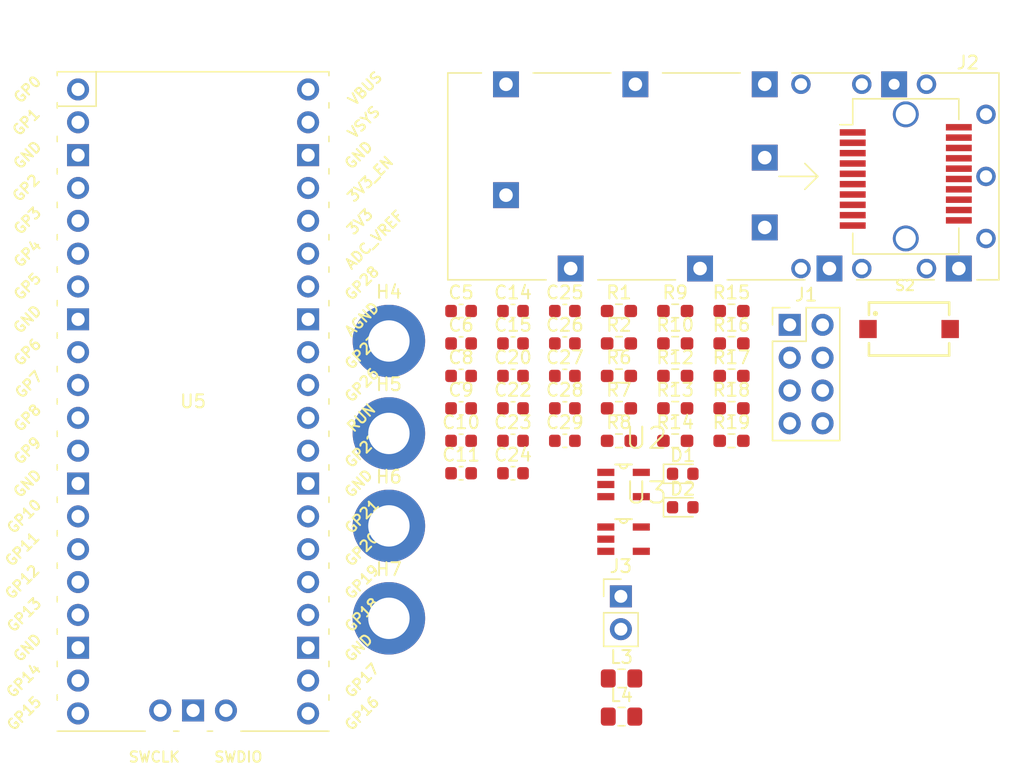
<source format=kicad_pcb>
(kicad_pcb (version 20241229) (generator "pcbnew") (generator_version "9.0")
  (layers (0 "F.Cu" signal) (4 "In1.Cu" signal) (6 "In2.Cu" signal) (2 "B.Cu" signal) (13 "F.Paste" user) (15 "B.Paste" user) (5 "F.SilkS" user "F.Silkscreen") (7 "B.SilkS" user "B.Silkscreen") (1 "F.Mask" user) (3 "B.Mask" user) (25 "Edge.Cuts" user))
  (net 0 "")
  (net 1 "/RD+")
  (net 2 "+3V3")
  (net 3 "Net-(J2-RD+)")
  (net 4 "/RD-")
  (net 5 "Net-(J2-RD-)")
  (net 6 "/RUN")
  (net 7 "Net-(D1-K)")
  (net 8 "Net-(D2-K)")
  (net 9 "Net-(U3-DOUT+)")
  (net 10 "/TD+")
  (net 11 "/TD-")
  (net 12 "+5V")
  (net 13 "Net-(U3-DOUT-)")
  (net 14 "/Rpi_TX")
  (net 15 "/GPIO16")
  (net 16 "/GPIO14")
  (net 17 "/GPIO15")
  (net 18 "/GPIO17")
  (net 19 "/RS0")
  (net 20 "/TX_FAULT")
  (net 21 "Net-(J2-MOD_ABS)")
  (net 22 "/Rpi_RX")
  (net 23 "/RS1")
  (net 24 "/TX_DISABLE")
  (net 25 "/RX_LOS")
  (net 26 "/SCL")
  (net 27 "/SDA")
  (net 43 "Net-(J2-VccR)")
  (net 47 "Net-(J2-VccT)")
  (footprint "MountingHole:MountingHole_3.2mm_M3_DIN965_Pad" (layer "F.Cu") (at 199.995 70.9)
    (property "Reference" "H7" (at 0 -3.8 0) (layer "F.SilkS"))
    (property "Value" "~")
    (pad "1" thru_hole circle (at 0 0) (size 5.6 5.6) (drill 3.2) (layers "*.Cu" "*.Mask") (net 2 "+3V3"))
  )
  (footprint "Resistor_SMD:R_0603_1608Metric_Pad0.98x0.95mm_HandSolder" (layer "F.Cu") (at 226.475 49.64)
    (property "Reference" "R16" (at 0 -1.43 0) (layer "F.SilkS"))
    (property "Value" "137R")
    (fp_line (start -0.254724 -0.5225) (end 0.254724 -0.5225) (stroke (width 0.12)) (layer "F.SilkS"))
    (fp_line (start -0.254724 0.5225) (end 0.254724 0.5225) (stroke (width 0.12)) (layer "F.SilkS"))
    (pad "1" smd roundrect (at -0.9125 0) (size 0.975 0.95) (layers "F.Cu" "F.Mask" "F.Paste") (net 9 "Net-(U3-DOUT+)"))
    (pad "2" smd roundrect (at 0.9125 0) (size 0.975 0.95) (layers "F.Cu" "F.Mask" "F.Paste") (net 2 "+3V3"))
  )
  (footprint "Resistor_SMD:R_0603_1608Metric_Pad0.98x0.95mm_HandSolder" (layer "F.Cu") (at 226.475 57.17)
    (property "Reference" "R19" (at 0 -1.43 0) (layer "F.SilkS"))
    (property "Value" "78R")
    (fp_line (start -0.254724 -0.5225) (end 0.254724 -0.5225) (stroke (width 0.12)) (layer "F.SilkS"))
    (fp_line (start -0.254724 0.5225) (end 0.254724 0.5225) (stroke (width 0.12)) (layer "F.SilkS"))
    (pad "1" smd roundrect (at -0.9125 0) (size 0.975 0.95) (layers "F.Cu" "F.Mask" "F.Paste") (net 2 "+3V3"))
    (pad "2" smd roundrect (at 0.9125 0) (size 0.975 0.95) (layers "F.Cu" "F.Mask" "F.Paste") (net 13 "Net-(U3-DOUT-)"))
  )
  (footprint "Capacitor_SMD:C_0603_1608Metric" (layer "F.Cu") (at 209.585 57.17)
    (property "Reference" "C23" (at 0 -1.43 0) (layer "F.SilkS"))
    (property "Value" "100n")
    (fp_line (start -0.14058 -0.51) (end 0.14058 -0.51) (stroke (width 0.12)) (layer "F.SilkS"))
    (fp_line (start -0.14058 0.51) (end 0.14058 0.51) (stroke (width 0.12)) (layer "F.SilkS"))
    (pad "1" smd roundrect (at -0.775 0) (size 0.9 0.95) (layers "F.Cu" "F.Mask" "F.Paste") (net 5 "Net-(J2-RD-)"))
    (pad "2" smd roundrect (at 0.775 0) (size 0.9 0.95) (layers "F.Cu" "F.Mask" "F.Paste") (net 4 "/RD-"))
  )
  (footprint "MCU_RaspberryPi_and_Boards:RPi_Pico_SMD_TH" (layer "F.Cu") (at 184.86 54.125)
    (property "Reference" "U5" (at 0 0 0) (layer "F.SilkS"))
    (property "Value" "Pico")
    (fp_line (start -10.5 -25.5) (end -10.5 -25.2) (stroke (width 0.12)) (layer "F.SilkS"))
    (fp_line (start -10.5 -25.5) (end 10.5 -25.5) (stroke (width 0.12)) (layer "F.SilkS"))
    (fp_line (start -10.5 -23.1) (end -10.5 -22.7) (stroke (width 0.12)) (layer "F.SilkS"))
    (fp_line (start -10.5 -22.833) (end -7.493 -22.833) (stroke (width 0.12)) (layer "F.SilkS"))
    (fp_line (start -10.5 -20.5) (end -10.5 -20.1) (stroke (width 0.12)) (layer "F.SilkS"))
    (fp_line (start -10.5 -18) (end -10.5 -17.6) (stroke (width 0.12)) (layer "F.SilkS"))
    (fp_line (start -10.5 -15.4) (end -10.5 -15) (stroke (width 0.12)) (layer "F.SilkS"))
    (fp_line (start -10.5 -12.9) (end -10.5 -12.5) (stroke (width 0.12)) (layer "F.SilkS"))
    (fp_line (start -10.5 -10.4) (end -10.5 -10) (stroke (width 0.12)) (layer "F.SilkS"))
    (fp_line (start -10.5 -7.8) (end -10.5 -7.4) (stroke (width 0.12)) (layer "F.SilkS"))
    (fp_line (start -10.5 -5.3) (end -10.5 -4.9) (stroke (width 0.12)) (layer "F.SilkS"))
    (fp_line (start -10.5 -2.7) (end -10.5 -2.3) (stroke (width 0.12)) (layer "F.SilkS"))
    (fp_line (start -10.5 -0.2) (end -10.5 0.2) (stroke (width 0.12)) (layer "F.SilkS"))
    (fp_line (start -10.5 2.3) (end -10.5 2.7) (stroke (width 0.12)) (layer "F.SilkS"))
    (fp_line (start -10.5 4.9) (end -10.5 5.3) (stroke (width 0.12)) (layer "F.SilkS"))
    (fp_line (start -10.5 7.4) (end -10.5 7.8) (stroke (width 0.12)) (layer "F.SilkS"))
    (fp_line (start -10.5 10) (end -10.5 10.4) (stroke (width 0.12)) (layer "F.SilkS"))
    (fp_line (start -10.5 12.5) (end -10.5 12.9) (stroke (width 0.12)) (layer "F.SilkS"))
    (fp_line (start -10.5 15.1) (end -10.5 15.5) (stroke (width 0.12)) (layer "F.SilkS"))
    (fp_line (start -10.5 17.6) (end -10.5 18) (stroke (width 0.12)) (layer "F.SilkS"))
    (fp_line (start -10.5 20.1) (end -10.5 20.5) (stroke (width 0.12)) (layer "F.SilkS"))
    (fp_line (start -10.5 22.7) (end -10.5 23.1) (stroke (width 0.12)) (layer "F.SilkS"))
    (fp_line (start -7.493 -22.833) (end -7.493 -25.5) (stroke (width 0.12)) (layer "F.SilkS"))
    (fp_line (start -3.7 25.5) (end -10.5 25.5) (stroke (width 0.12)) (layer "F.SilkS"))
    (fp_line (start -1.5 25.5) (end -1.1 25.5) (stroke (width 0.12)) (layer "F.SilkS"))
    (fp_line (start 1.1 25.5) (end 1.5 25.5) (stroke (width 0.12)) (layer "F.SilkS"))
    (fp_line (start 10.5 -25.5) (end 10.5 -25.2) (stroke (width 0.12)) (layer "F.SilkS"))
    (fp_line (start 10.5 -23.1) (end 10.5 -22.7) (stroke (width 0.12)) (layer "F.SilkS"))
    (fp_line (start 10.5 -20.5) (end 10.5 -20.1) (stroke (width 0.12)) (layer "F.SilkS"))
    (fp_line (start 10.5 -18) (end 10.5 -17.6) (stroke (width 0.12)) (layer "F.SilkS"))
    (fp_line (start 10.5 -15.4) (end 10.5 -15) (stroke (width 0.12)) (layer "F.SilkS"))
    (fp_line (start 10.5 -12.9) (end 10.5 -12.5) (stroke (width 0.12)) (layer "F.SilkS"))
    (fp_line (start 10.5 -10.4) (end 10.5 -10) (stroke (width 0.12)) (layer "F.SilkS"))
    (fp_line (start 10.5 -7.8) (end 10.5 -7.4) (stroke (width 0.12)) (layer "F.SilkS"))
    (fp_line (start 10.5 -5.3) (end 10.5 -4.9) (stroke (width 0.12)) (layer "F.SilkS"))
    (fp_line (start 10.5 -2.7) (end 10.5 -2.3) (stroke (width 0.12)) (layer "F.SilkS"))
    (fp_line (start 10.5 -0.2) (end 10.5 0.2) (stroke (width 0.12)) (layer "F.SilkS"))
    (fp_line (start 10.5 2.3) (end 10.5 2.7) (stroke (width 0.12)) (layer "F.SilkS"))
    (fp_line (start 10.5 4.9) (end 10.5 5.3) (stroke (width 0.12)) (layer "F.SilkS"))
    (fp_line (start 10.5 7.4) (end 10.5 7.8) (stroke (width 0.12)) (layer "F.SilkS"))
    (fp_line (start 10.5 10) (end 10.5 10.4) (stroke (width 0.12)) (layer "F.SilkS"))
    (fp_line (start 10.5 12.5) (end 10.5 12.9) (stroke (width 0.12)) (layer "F.SilkS"))
    (fp_line (start 10.5 15.1) (end 10.5 15.5) (stroke (width 0.12)) (layer "F.SilkS"))
    (fp_line (start 10.5 17.6) (end 10.5 18) (stroke (width 0.12)) (layer "F.SilkS"))
    (fp_line (start 10.5 20.1) (end 10.5 20.5) (stroke (width 0.12)) (layer "F.SilkS"))
    (fp_line (start 10.5 22.7) (end 10.5 23.1) (stroke (width 0.12)) (layer "F.SilkS"))
    (fp_line (start 10.5 25.5) (end 3.7 25.5) (stroke (width 0.12)) (layer "F.SilkS"))
    (fp_text user "GND" (at -12.8 -6.35 45) (layer "F.SilkS") (effects (font (size 0.8 0.8))))
    (fp_text user "GP5" (at -12.8 -8.89 45) (layer "F.SilkS") (effects (font (size 0.8 0.8))))
    (fp_text user "GP17" (at 13.054 21.59 45) (layer "F.SilkS") (effects (font (size 0.8 0.8))))
    (fp_text user "GP15" (at -13.054 24.13 45) (layer "F.SilkS") (effects (font (size 0.8 0.8))))
    (fp_text user "RUN" (at 13 1.27 45) (layer "F.SilkS") (effects (font (size 0.8 0.8))))
    (fp_text user "GP14" (at -13.1 21.59 45) (layer "F.SilkS") (effects (font (size 0.8 0.8))))
    (fp_text user "ADC_VREF" (at 14 -12.5 45) (layer "F.SilkS") (effects (font (size 0.8 0.8))))
    (fp_text user "GP8" (at -12.8 1.27 45) (layer "F.SilkS") (effects (font (size 0.8 0.8))))
    (fp_text user "GND" (at 12.8 6.35 45) (layer "F.SilkS") (effects (font (size 0.8 0.8))))
    (fp_text user "GP7" (at -12.7 -1.3 45) (layer "F.SilkS") (effects (font (size 0.8 0.8))))
    (fp_text user "GP1" (at -12.9 -21.6 45) (layer "F.SilkS") (effects (font (size 0.8 0.8))))
    (fp_text user "VBUS" (at 13.3 -24.2 45) (layer "F.SilkS") (effects (font (size 0.8 0.8))))
    (fp_text user "GND" (at -12.8 6.35 45) (layer "F.SilkS") (effects (font (size 0.8 0.8))))
    (fp_text user "VSYS" (at 13.2 -21.59 45) (layer "F.SilkS") (effects (font (size 0.8 0.8))))
    (fp_text user "GP2" (at -12.9 -16.51 45) (layer "F.SilkS") (effects (font (size 0.8 0.8))))
    (fp_text user "AGND" (at 13.054 -6.35 45) (layer "F.SilkS") (effects (font (size 0.8 0.8))))
    (fp_text user "3V3_EN" (at 13.7 -17.2 45) (layer "F.SilkS") (effects (font (size 0.8 0.8))))
    (fp_text user "GND" (at 12.8 19.05 45) (layer "F.SilkS") (effects (font (size 0.8 0.8))))
    (fp_text user "GND" (at 12.8 -19.05 45) (layer "F.SilkS") (effects (font (size 0.8 0.8))))
    (fp_text user "GP26" (at 13.054 -1.27 45) (layer "F.SilkS") (effects (font (size 0.8 0.8))))
    (fp_text user "GP20" (at 13.054 11.43 45) (layer "F.SilkS") (effects (font (size 0.8 0.8))))
    (fp_text user "GP21" (at 13.054 8.9 45) (layer "F.SilkS") (effects (font (size 0.8 0.8))))
    (fp_text user "GP9" (at -12.8 3.81 45) (layer "F.SilkS") (effects (font (size 0.8 0.8))))
    (fp_text user "GP22" (at 13.054 3.81 45) (layer "F.SilkS") (effects (font (size 0.8 0.8))))
    (fp_text user "GND" (at -12.8 -19.05 45) (layer "F.SilkS") (effects (font (size 0.8 0.8))))
    (fp_text user "GP3" (at -12.8 -13.97 45) (layer "F.SilkS") (effects (font (size 0.8 0.8))))
    (fp_text user "GP13" (at -13.054 16.51 45) (layer "F.SilkS") (effects (font (size 0.8 0.8))))
    (fp_text user "GP11" (at -13.2 11.43 45) (layer "F.SilkS") (effects (font (size 0.8 0.8))))
    (fp_text user "GP12" (at -13.2 13.97 45) (layer "F.SilkS") (effects (font (size 0.8 0.8))))
    (fp_text user "SWDIO" (at 3.5 27.5 0) (layer "F.SilkS") (effects (font (size 0.8 0.8))))
    (fp_text user "GP18" (at 13.054 16.51 45) (layer "F.SilkS") (effects (font (size 0.8 0.8))))
    (fp_text user "GP27" (at 13.054 -3.8 45) (layer "F.SilkS") (effects (font (size 0.8 0.8))))
    (fp_text user "SWCLK" (at -3 27.5 0) (layer "F.SilkS") (effects (font (size 0.8 0.8))))
    (fp_text user "GP0" (at -12.8 -24.13 45) (layer "F.SilkS") (effects (font (size 0.8 0.8))))
    (fp_text user "GP19" (at 13.054 13.97 45) (layer "F.SilkS") (effects (font (size 0.8 0.8))))
    (fp_text user "GP4" (at -12.8 -11.43 45) (layer "F.SilkS") (effects (font (size 0.8 0.8))))
    (fp_text user "3V3" (at 12.9 -13.9 45) (layer "F.SilkS") (effects (font (size 0.8 0.8))))
    (fp_text user "GP16" (at 13.054 24.13 45) (layer "F.SilkS") (effects (font (size 0.8 0.8))))
    (fp_text user "GP6" (at -12.8 -3.81 45) (layer "F.SilkS") (effects (font (size 0.8 0.8))))
    (fp_text user "GP28" (at 13.054 -9.144 45) (layer "F.SilkS") (effects (font (size 0.8 0.8))))
    (fp_text user "GND" (at -12.8 19.05 45) (layer "F.SilkS") (effects (font (size 0.8 0.8))))
    (fp_text user "GP10" (at -13.054 8.89 45) (layer "F.SilkS") (effects (font (size 0.8 0.8))))
    (pad "" np_thru_hole oval (at -2.725 -24) (size 1.8 1.8) (drill 1.8) (layers "*.Cu" "*.Mask"))
    (pad "" np_thru_hole oval (at -2.425 -20.97) (size 1.5 1.5) (drill 1.5) (layers "*.Cu" "*.Mask"))
    (pad "" np_thru_hole oval (at 2.425 -20.97) (size 1.5 1.5) (drill 1.5) (layers "*.Cu" "*.Mask"))
    (pad "" np_thru_hole oval (at 2.725 -24) (size 1.8 1.8) (drill 1.8) (layers "*.Cu" "*.Mask"))
    (pad "1" thru_hole oval (at -8.89 -24.13) (size 1.7 1.7) (drill 1.02) (layers "*.Cu" "*.Mask"))
    (pad "2" thru_hole oval (at -8.89 -21.59) (size 1.7 1.7) (drill 1.02) (layers "*.Cu" "*.Mask"))
    (pad "3" thru_hole rect (at -8.89 -19.05) (size 1.7 1.7) (drill 1.02) (layers "*.Cu" "*.Mask") (net 2 "+3V3"))
    (pad "4" thru_hole oval (at -8.89 -16.51) (size 1.7 1.7) (drill 1.02) (layers "*.Cu" "*.Mask"))
    (pad "5" thru_hole oval (at -8.89 -13.97) (size 1.7 1.7) (drill 1.02) (layers "*.Cu" "*.Mask"))
    (pad "6" thru_hole oval (at -8.89 -11.43) (size 1.7 1.7) (drill 1.02) (layers "*.Cu" "*.Mask") (net 22 "/Rpi_RX"))
    (pad "7" thru_hole oval (at -8.89 -8.89) (size 1.7 1.7) (drill 1.02) (layers "*.Cu" "*.Mask") (net 24 "/TX_DISABLE"))
    (pad "8" thru_hole rect (at -8.89 -6.35) (size 1.7 1.7) (drill 1.02) (layers "*.Cu" "*.Mask") (net 2 "+3V3"))
    (pad "9" thru_hole oval (at -8.89 -3.81) (size 1.7 1.7) (drill 1.02) (layers "*.Cu" "*.Mask") (net 25 "/RX_LOS"))
    (pad "10" thru_hole oval (at -8.89 -1.27) (size 1.7 1.7) (drill 1.02) (layers "*.Cu" "*.Mask") (net 26 "/SCL"))
    (pad "11" thru_hole oval (at -8.89 1.27) (size 1.7 1.7) (drill 1.02) (layers "*.Cu" "*.Mask") (net 27 "/SDA"))
    (pad "12" thru_hole oval (at -8.89 3.81) (size 1.7 1.7) (drill 1.02) (layers "*.Cu" "*.Mask") (net 20 "/TX_FAULT"))
    (pad "13" thru_hole rect (at -8.89 6.35) (size 1.7 1.7) (drill 1.02) (layers "*.Cu" "*.Mask") (net 2 "+3V3"))
    (pad "14" thru_hole oval (at -8.89 8.89) (size 1.7 1.7) (drill 1.02) (layers "*.Cu" "*.Mask") (net 14 "/Rpi_TX"))
    (pad "15" thru_hole oval (at -8.89 11.43) (size 1.7 1.7) (drill 1.02) (layers "*.Cu" "*.Mask") (net 23 "/RS1"))
    (pad "16" thru_hole oval (at -8.89 13.97) (size 1.7 1.7) (drill 1.02) (layers "*.Cu" "*.Mask") (net 19 "/RS0"))
    (pad "17" thru_hole oval (at -8.89 16.51) (size 1.7 1.7) (drill 1.02) (layers "*.Cu" "*.Mask"))
    (pad "18" thru_hole rect (at -8.89 19.05) (size 1.7 1.7) (drill 1.02) (layers "*.Cu" "*.Mask") (net 2 "+3V3"))
    (pad "19" thru_hole oval (at -8.89 21.59) (size 1.7 1.7) (drill 1.02) (layers "*.Cu" "*.Mask") (net 16 "/GPIO14"))
    (pad "20" thru_hole oval (at -8.89 24.13) (size 1.7 1.7) (drill 1.02) (layers "*.Cu" "*.Mask") (net 17 "/GPIO15"))
    (pad "21" thru_hole oval (at 8.89 24.13) (size 1.7 1.7) (drill 1.02) (layers "*.Cu" "*.Mask") (net 15 "/GPIO16"))
    (pad "22" thru_hole oval (at 8.89 21.59) (size 1.7 1.7) (drill 1.02) (layers "*.Cu" "*.Mask") (net 18 "/GPIO17"))
    (pad "23" thru_hole rect (at 8.89 19.05) (size 1.7 1.7) (drill 1.02) (layers "*.Cu" "*.Mask") (net 2 "+3V3"))
    (pad "24" thru_hole oval (at 8.89 16.51) (size 1.7 1.7) (drill 1.02) (layers "*.Cu" "*.Mask"))
    (pad "25" thru_hole oval (at 8.89 13.97) (size 1.7 1.7) (drill 1.02) (layers "*.Cu" "*.Mask"))
    (pad "26" thru_hole oval (at 8.89 11.43) (size 1.7 1.7) (drill 1.02) (layers "*.Cu" "*.Mask"))
    (pad "27" thru_hole oval (at 8.89 8.89) (size 1.7 1.7) (drill 1.02) (layers "*.Cu" "*.Mask"))
    (pad "28" thru_hole rect (at 8.89 6.35) (size 1.7 1.7) (drill 1.02) (layers "*.Cu" "*.Mask") (net 2 "+3V3"))
    (pad "29" thru_hole oval (at 8.89 3.81) (size 1.7 1.7) (drill 1.02) (layers "*.Cu" "*.Mask"))
    (pad "30" thru_hole oval (at 8.89 1.27) (size 1.7 1.7) (drill 1.02) (layers "*.Cu" "*.Mask") (net 6 "/RUN"))
    (pad "31" thru_hole oval (at 8.89 -1.27) (size 1.7 1.7) (drill 1.02) (layers "*.Cu" "*.Mask"))
    (pad "32" thru_hole oval (at 8.89 -3.81) (size 1.7 1.7) (drill 1.02) (layers "*.Cu" "*.Mask"))
    (pad "33" thru_hole rect (at 8.89 -6.35) (size 1.7 1.7) (drill 1.02) (layers "*.Cu" "*.Mask") (net 2 "+3V3"))
    (pad "34" thru_hole oval (at 8.89 -8.89) (size 1.7 1.7) (drill 1.02) (layers "*.Cu" "*.Mask"))
    (pad "35" thru_hole oval (at 8.89 -11.43) (size 1.7 1.7) (drill 1.02) (layers "*.Cu" "*.Mask"))
    (pad "36" thru_hole oval (at 8.89 -13.97) (size 1.7 1.7) (drill 1.02) (layers "*.Cu" "*.Mask") (net 2 "+3V3"))
    (pad "37" thru_hole oval (at 8.89 -16.51) (size 1.7 1.7) (drill 1.02) (layers "*.Cu" "*.Mask"))
    (pad "38" thru_hole rect (at 8.89 -19.05) (size 1.7 1.7) (drill 1.02) (layers "*.Cu" "*.Mask") (net 2 "+3V3"))
    (pad "39" thru_hole oval (at 8.89 -21.59) (size 1.7 1.7) (drill 1.02) (layers "*.Cu" "*.Mask"))
    (pad "40" thru_hole oval (at 8.89 -24.13) (size 1.7 1.7) (drill 1.02) (layers "*.Cu" "*.Mask") (net 12 "+5V"))
    (pad "41" thru_hole oval (at -2.54 23.9) (size 1.7 1.7) (drill 1.02) (layers "*.Cu" "*.Mask"))
    (pad "42" thru_hole rect (at 0 23.9) (size 1.7 1.7) (drill 1.02) (layers "*.Cu" "*.Mask") (net 2 "+3V3"))
    (pad "43" thru_hole oval (at 2.54 23.9) (size 1.7 1.7) (drill 1.02) (layers "*.Cu" "*.Mask"))
  )
  (footprint "Resistor_SMD:R_0603_1608Metric_Pad0.98x0.95mm_HandSolder" (layer "F.Cu") (at 217.775 47.13)
    (property "Reference" "R1" (at 0 -1.43 0) (layer "F.SilkS"))
    (property "Value" "1k")
    (fp_line (start -0.254724 -0.5225) (end 0.254724 -0.5225) (stroke (width 0.12)) (layer "F.SilkS"))
    (fp_line (start -0.254724 0.5225) (end 0.254724 0.5225) (stroke (width 0.12)) (layer "F.SilkS"))
    (pad "1" smd roundrect (at -0.9125 0) (size 0.975 0.95) (layers "F.Cu" "F.Mask" "F.Paste") (net 7 "Net-(D1-K)"))
    (pad "2" smd roundrect (at 0.9125 0) (size 0.975 0.95) (layers "F.Cu" "F.Mask" "F.Paste") (net 2 "+3V3"))
  )
  (footprint "Capacitor_SMD:C_0603_1608Metric" (layer "F.Cu") (at 209.585 52.15)
    (property "Reference" "C20" (at 0 -1.43 0) (layer "F.SilkS"))
    (property "Value" "2u2")
    (fp_line (start -0.14058 -0.51) (end 0.14058 -0.51) (stroke (width 0.12)) (layer "F.SilkS"))
    (fp_line (start -0.14058 0.51) (end 0.14058 0.51) (stroke (width 0.12)) (layer "F.SilkS"))
    (pad "1" smd roundrect (at -0.775 0) (size 0.9 0.95) (layers "F.Cu" "F.Mask" "F.Paste") (net 2 "+3V3"))
    (pad "2" smd roundrect (at 0.775 0) (size 0.9 0.95) (layers "F.Cu" "F.Mask" "F.Paste") (net 2 "+3V3"))
  )
  (footprint "Resistor_SMD:R_0603_1608Metric_Pad0.98x0.95mm_HandSolder" (layer "F.Cu") (at 222.125 49.64)
    (property "Reference" "R10" (at 0 -1.43 0) (layer "F.SilkS"))
    (property "Value" "4k7")
    (fp_line (start -0.254724 -0.5225) (end 0.254724 -0.5225) (stroke (width 0.12)) (layer "F.SilkS"))
    (fp_line (start -0.254724 0.5225) (end 0.254724 0.5225) (stroke (width 0.12)) (layer "F.SilkS"))
    (pad "1" smd roundrect (at -0.9125 0) (size 0.975 0.95) (layers "F.Cu" "F.Mask" "F.Paste") (net 2 "+3V3"))
    (pad "2" smd roundrect (at 0.9125 0) (size 0.975 0.95) (layers "F.Cu" "F.Mask" "F.Paste") (net 6 "/RUN"))
  )
  (footprint "Capacitor_SMD:C_0603_1608Metric" (layer "F.Cu") (at 205.575 59.68)
    (property "Reference" "C11" (at 0 -1.43 0) (layer "F.SilkS"))
    (property "Value" "100n")
    (fp_line (start -0.14058 -0.51) (end 0.14058 -0.51) (stroke (width 0.12)) (layer "F.SilkS"))
    (fp_line (start -0.14058 0.51) (end 0.14058 0.51) (stroke (width 0.12)) (layer "F.SilkS"))
    (pad "1" smd roundrect (at -0.775 0) (size 0.9 0.95) (layers "F.Cu" "F.Mask" "F.Paste") (net 2 "+3V3"))
    (pad "2" smd roundrect (at 0.775 0) (size 0.9 0.95) (layers "F.Cu" "F.Mask" "F.Paste") (net 2 "+3V3"))
  )
  (footprint "Resistor_SMD:R_0603_1608Metric_Pad0.98x0.95mm_HandSolder" (layer "F.Cu") (at 226.475 47.13)
    (property "Reference" "R15" (at 0 -1.43 0) (layer "F.SilkS"))
    (property "Value" "78R")
    (fp_line (start -0.254724 -0.5225) (end 0.254724 -0.5225) (stroke (width 0.12)) (layer "F.SilkS"))
    (fp_line (start -0.254724 0.5225) (end 0.254724 0.5225) (stroke (width 0.12)) (layer "F.SilkS"))
    (pad "1" smd roundrect (at -0.9125 0) (size 0.975 0.95) (layers "F.Cu" "F.Mask" "F.Paste") (net 2 "+3V3"))
    (pad "2" smd roundrect (at 0.9125 0) (size 0.975 0.95) (layers "F.Cu" "F.Mask" "F.Paste") (net 4 "/RD-"))
  )
  (footprint "Capacitor_SMD:C_0603_1608Metric" (layer "F.Cu") (at 205.575 52.15)
    (property "Reference" "C8" (at 0 -1.43 0) (layer "F.SilkS"))
    (property "Value" "100n")
    (fp_line (start -0.14058 -0.51) (end 0.14058 -0.51) (stroke (width 0.12)) (layer "F.SilkS"))
    (fp_line (start -0.14058 0.51) (end 0.14058 0.51) (stroke (width 0.12)) (layer "F.SilkS"))
    (pad "1" smd roundrect (at -0.775 0) (size 0.9 0.95) (layers "F.Cu" "F.Mask" "F.Paste") (net 43 "Net-(J2-VccR)"))
    (pad "2" smd roundrect (at 0.775 0) (size 0.9 0.95) (layers "F.Cu" "F.Mask" "F.Paste") (net 2 "+3V3"))
  )
  (footprint "Inductor_SMD:L_0805_2012Metric_Pad1.15x1.40mm_HandSolder" (layer "F.Cu") (at 217.975 78.5)
    (property "Reference" "L4" (at 0 -1.65 0) (layer "F.SilkS"))
    (property "Value" "1u")
    (fp_line (start -0.261252 -0.71) (end 0.261252 -0.71) (stroke (width 0.12)) (layer "F.SilkS"))
    (fp_line (start -0.261252 0.71) (end 0.261252 0.71) (stroke (width 0.12)) (layer "F.SilkS"))
    (pad "1" smd roundrect (at -1.025 0) (size 1.15 1.4) (layers "F.Cu" "F.Mask" "F.Paste") (roundrect_rratio 0.217391) (net 43 "Net-(J2-VccR)"))
    (pad "2" smd roundrect (at 1.025 0) (size 1.15 1.4) (layers "F.Cu" "F.Mask" "F.Paste") (roundrect_rratio 0.217391) (net 2 "+3V3"))
  )
  (footprint "Capacitor_SMD:C_0603_1608Metric" (layer "F.Cu") (at 209.585 47.13)
    (property "Reference" "C14" (at 0 -1.43 0) (layer "F.SilkS"))
    (property "Value" "100n")
    (fp_line (start -0.14058 -0.51) (end 0.14058 -0.51) (stroke (width 0.12)) (layer "F.SilkS"))
    (fp_line (start -0.14058 0.51) (end 0.14058 0.51) (stroke (width 0.12)) (layer "F.SilkS"))
    (pad "1" smd roundrect (at -0.775 0) (size 0.9 0.95) (layers "F.Cu" "F.Mask" "F.Paste") (net 2 "+3V3"))
    (pad "2" smd roundrect (at 0.775 0) (size 0.9 0.95) (layers "F.Cu" "F.Mask" "F.Paste") (net 2 "+3V3"))
  )
  (footprint "Connector_PinHeader_2.54mm:PinHeader_2x04_P2.54mm_Vertical" (layer "F.Cu") (at 230.975 48.2)
    (property "Reference" "J1" (at 1.27 -2.33 0) (layer "F.SilkS"))
    (property "Value" "Conn_02x04")
    (fp_line (start -1.33 -1.33) (end 0 -1.33) (stroke (width 0.12)) (layer "F.SilkS"))
    (fp_line (start -1.33 0) (end -1.33 -1.33) (stroke (width 0.12)) (layer "F.SilkS"))
    (fp_line (start -1.33 1.27) (end -1.33 8.95) (stroke (width 0.12)) (layer "F.SilkS"))
    (fp_line (start -1.33 1.27) (end 1.27 1.27) (stroke (width 0.12)) (layer "F.SilkS"))
    (fp_line (start -1.33 8.95) (end 3.87 8.95) (stroke (width 0.12)) (layer "F.SilkS"))
    (fp_line (start 1.27 -1.33) (end 3.87 -1.33) (stroke (width 0.12)) (layer "F.SilkS"))
    (fp_line (start 1.27 1.27) (end 1.27 -1.33) (stroke (width 0.12)) (layer "F.SilkS"))
    (fp_line (start 3.87 -1.33) (end 3.87 8.95) (stroke (width 0.12)) (layer "F.SilkS"))
    (pad "1" thru_hole rect (at 0 0) (size 1.7 1.7) (drill 1) (layers "*.Cu" "*.Mask") (net 18 "/GPIO17"))
    (pad "2" thru_hole oval (at 2.54 0) (size 1.7 1.7) (drill 1) (layers "*.Cu" "*.Mask") (net 15 "/GPIO16"))
    (pad "3" thru_hole oval (at 0 2.54) (size 1.7 1.7) (drill 1) (layers "*.Cu" "*.Mask") (net 2 "+3V3"))
    (pad "4" thru_hole oval (at 2.54 2.54) (size 1.7 1.7) (drill 1) (layers "*.Cu" "*.Mask") (net 12 "+5V"))
    (pad "5" thru_hole oval (at 0 5.08) (size 1.7 1.7) (drill 1) (layers "*.Cu" "*.Mask") (net 2 "+3V3"))
    (pad "6" thru_hole oval (at 2.54 5.08) (size 1.7 1.7) (drill 1) (layers "*.Cu" "*.Mask") (net 2 "+3V3"))
    (pad "7" thru_hole oval (at 0 7.62) (size 1.7 1.7) (drill 1) (layers "*.Cu" "*.Mask") (net 16 "/GPIO14"))
    (pad "8" thru_hole oval (at 2.54 7.62) (size 1.7 1.7) (drill 1) (layers "*.Cu" "*.Mask") (net 17 "/GPIO15"))
  )
  (footprint "Capacitor_SMD:C_0603_1608Metric" (layer "F.Cu") (at 205.575 47.13)
    (property "Reference" "C5" (at 0 -1.43 0) (layer "F.SilkS"))
    (property "Value" "100n")
    (fp_line (start -0.14058 -0.51) (end 0.14058 -0.51) (stroke (width 0.12)) (layer "F.SilkS"))
    (fp_line (start -0.14058 0.51) (end 0.14058 0.51) (stroke (width 0.12)) (layer "F.SilkS"))
    (pad "1" smd roundrect (at -0.775 0) (size 0.9 0.95) (layers "F.Cu" "F.Mask" "F.Paste") (net 2 "+3V3"))
    (pad "2" smd roundrect (at 0.775 0) (size 0.9 0.95) (layers "F.Cu" "F.Mask" "F.Paste") (net 2 "+3V3"))
  )
  (footprint "MountingHole:MountingHole_3.2mm_M3_DIN965_Pad" (layer "F.Cu") (at 199.995 56.6)
    (property "Reference" "H5" (at 0 -3.8 0) (layer "F.SilkS"))
    (property "Value" "~")
    (pad "1" thru_hole circle (at 0 0) (size 5.6 5.6) (drill 3.2) (layers "*.Cu" "*.Mask") (net 2 "+3V3"))
  )
  (footprint "Capacitor_SMD:C_0603_1608Metric" (layer "F.Cu") (at 213.595 52.15)
    (property "Reference" "C27" (at 0 -1.43 0) (layer "F.SilkS"))
    (property "Value" "2u2")
    (fp_line (start -0.14058 -0.51) (end 0.14058 -0.51) (stroke (width 0.12)) (layer "F.SilkS"))
    (fp_line (start -0.14058 0.51) (end 0.14058 0.51) (stroke (width 0.12)) (layer "F.SilkS"))
    (pad "1" smd roundrect (at -0.775 0) (size 0.9 0.95) (layers "F.Cu" "F.Mask" "F.Paste") (net 2 "+3V3"))
    (pad "2" smd roundrect (at 0.775 0) (size 0.9 0.95) (layers "F.Cu" "F.Mask" "F.Paste") (net 2 "+3V3"))
  )
  (footprint "Capacitor_SMD:C_0603_1608Metric" (layer "F.Cu") (at 213.595 47.13)
    (property "Reference" "C25" (at 0 -1.43 0) (layer "F.SilkS"))
    (property "Value" "100n")
    (fp_line (start -0.14058 -0.51) (end 0.14058 -0.51) (stroke (width 0.12)) (layer "F.SilkS"))
    (fp_line (start -0.14058 0.51) (end 0.14058 0.51) (stroke (width 0.12)) (layer "F.SilkS"))
    (pad "1" smd roundrect (at -0.775 0) (size 0.9 0.95) (layers "F.Cu" "F.Mask" "F.Paste") (net 2 "+3V3"))
    (pad "2" smd roundrect (at 0.775 0) (size 0.9 0.95) (layers "F.Cu" "F.Mask" "F.Paste") (net 6 "/RUN"))
  )
  (footprint "MountingHole:MountingHole_3.2mm_M3_DIN965_Pad" (layer "F.Cu") (at 199.995 49.45)
    (property "Reference" "H4" (at 0 -3.8 0) (layer "F.SilkS"))
    (property "Value" "~")
    (pad "1" thru_hole circle (at 0 0) (size 5.6 5.6) (drill 3.2) (layers "*.Cu" "*.Mask") (net 2 "+3V3"))
  )
  (footprint "Resistor_SMD:R_0603_1608Metric_Pad0.98x0.95mm_HandSolder" (layer "F.Cu") (at 217.775 52.15)
    (property "Reference" "R6" (at 0 -1.43 0) (layer "F.SilkS"))
    (property "Value" "4k7")
    (fp_line (start -0.254724 -0.5225) (end 0.254724 -0.5225) (stroke (width 0.12)) (layer "F.SilkS"))
    (fp_line (start -0.254724 0.5225) (end 0.254724 0.5225) (stroke (width 0.12)) (layer "F.SilkS"))
    (pad "1" smd roundrect (at -0.9125 0) (size 0.975 0.95) (layers "F.Cu" "F.Mask" "F.Paste") (net 2 "+3V3"))
    (pad "2" smd roundrect (at 0.9125 0) (size 0.975 0.95) (layers "F.Cu" "F.Mask" "F.Paste") (net 24 "/TX_DISABLE"))
  )
  (footprint "Capacitor_SMD:C_0603_1608Metric" (layer "F.Cu") (at 205.575 49.64)
    (property "Reference" "C6" (at 0 -1.43 0) (layer "F.SilkS"))
    (property "Value" "100n")
    (fp_line (start -0.14058 -0.51) (end 0.14058 -0.51) (stroke (width 0.12)) (layer "F.SilkS"))
    (fp_line (start -0.14058 0.51) (end 0.14058 0.51) (stroke (width 0.12)) (layer "F.SilkS"))
    (pad "1" smd roundrect (at -0.775 0) (size 0.9 0.95) (layers "F.Cu" "F.Mask" "F.Paste") (net 2 "+3V3"))
    (pad "2" smd roundrect (at 0.775 0) (size 0.9 0.95) (layers "F.Cu" "F.Mask" "F.Paste") (net 47 "Net-(J2-VccT)"))
  )
  (footprint "Capacitor_SMD:C_0603_1608Metric" (layer "F.Cu") (at 209.585 59.68)
    (property "Reference" "C24" (at 0 -1.43 0) (layer "F.SilkS"))
    (property "Value" "100n")
    (fp_line (start -0.14058 -0.51) (end 0.14058 -0.51) (stroke (width 0.12)) (layer "F.SilkS"))
    (fp_line (start -0.14058 0.51) (end 0.14058 0.51) (stroke (width 0.12)) (layer "F.SilkS"))
    (pad "1" smd roundrect (at -0.775 0) (size 0.9 0.95) (layers "F.Cu" "F.Mask" "F.Paste") (net 12 "+5V"))
    (pad "2" smd roundrect (at 0.775 0) (size 0.9 0.95) (layers "F.Cu" "F.Mask" "F.Paste") (net 2 "+3V3"))
  )
  (footprint "SFP:Connector_SFP_and_Cage" (layer "F.Cu") (at 246.145 36.72)
    (property "Reference" "J2" (at -1.4 -8.8 0) (layer "F.SilkS"))
    (property "Value" "SFP+")
    (fp_line (start -41.6 8) (end -41.6 -8) (stroke (width 0.12)) (layer "F.SilkS"))
    (fp_line (start -39 -8) (end -41.6 -8) (stroke (width 0.12)) (layer "F.SilkS"))
    (fp_line (start -34 8) (end -41.6 8) (stroke (width 0.12)) (layer "F.SilkS"))
    (fp_line (start -30 8) (end -24 8) (stroke (width 0.12)) (layer "F.SilkS"))
    (fp_line (start -29 -8) (end -35 -8) (stroke (width 0.12)) (layer "F.SilkS"))
    (fp_line (start -20 8) (end -14 8) (stroke (width 0.12)) (layer "F.SilkS"))
    (fp_line (start -19 -8) (end -25 -8) (stroke (width 0.12)) (layer "F.SilkS"))
    (fp_line (start -13 0) (end -16 0) (stroke (width 0.12)) (layer "F.SilkS"))
    (fp_line (start -13 0) (end -14 -1) (stroke (width 0.12)) (layer "F.SilkS"))
    (fp_line (start -13 0) (end -14 1) (stroke (width 0.12)) (layer "F.SilkS"))
    (fp_line (start -10.3 -6) (end -10.3 -4) (stroke (width 0.12)) (layer "F.SilkS"))
    (fp_line (start -10.3 -4) (end -11.3 -4) (stroke (width 0.12)) (layer "F.SilkS"))
    (fp_line (start -10.3 4.4) (end -10.3 6) (stroke (width 0.12)) (layer "F.SilkS"))
    (fp_line (start -10 8) (end -4 8) (stroke (width 0.12)) (layer "F.SilkS"))
    (fp_line (start -9 -8) (end -15 -8) (stroke (width 0.12)) (layer "F.SilkS"))
    (fp_line (start -2.1 -6) (end -10.3 -6) (stroke (width 0.12)) (layer "F.SilkS"))
    (fp_line (start -2.1 -4.4) (end -2.1 -6) (stroke (width 0.12)) (layer "F.SilkS"))
    (fp_line (start -2.1 4) (end -2.1 6) (stroke (width 0.12)) (layer "F.SilkS"))
    (fp_line (start -2.1 6) (end -10.3 6) (stroke (width 0.12)) (layer "F.SilkS"))
    (fp_line (start -0.7 8) (end 1 8) (stroke (width 0.12)) (layer "F.SilkS"))
    (fp_line (start 1 -8) (end -5 -8) (stroke (width 0.12)) (layer "F.SilkS"))
    (fp_line (start 1 8) (end 1 -8) (stroke (width 0.12)) (layer "F.SilkS"))
    (pad "" np_thru_hole circle (at -6.2 -4.8) (size 2 2) (drill 1.55) (layers "*.Cu" "*.Mask"))
    (pad "" np_thru_hole circle (at -6.2 4.8) (size 2 2) (drill 1.55) (layers "*.Cu" "*.Mask"))
    (pad "1" smd rect (at -10.3 -3.4) (size 2 0.5) (layers "F.Cu" "F.Mask" "F.Paste") (net 2 "+3V3"))
    (pad "2" smd rect (at -10.3 -2.6) (size 2 0.5) (layers "F.Cu" "F.Mask" "F.Paste") (net 20 "/TX_FAULT"))
    (pad "3" smd rect (at -10.3 -1.8) (size 2 0.5) (layers "F.Cu" "F.Mask" "F.Paste") (net 24 "/TX_DISABLE"))
    (pad "4" smd rect (at -10.3 -1) (size 2 0.5) (layers "F.Cu" "F.Mask" "F.Paste") (net 27 "/SDA"))
    (pad "5" smd rect (at -10.3 -0.2) (size 2 0.5) (layers "F.Cu" "F.Mask" "F.Paste") (net 26 "/SCL"))
    (pad "6" smd rect (at -10.3 0.6) (size 2 0.5) (layers "F.Cu" "F.Mask" "F.Paste") (net 21 "Net-(J2-MOD_ABS)"))
    (pad "7" smd rect (at -10.3 1.4) (size 2 0.5) (layers "F.Cu" "F.Mask" "F.Paste") (net 19 "/RS0"))
    (pad "8" smd rect (at -10.3 2.2) (size 2 0.5) (layers "F.Cu" "F.Mask" "F.Paste") (net 25 "/RX_LOS"))
    (pad "9" smd rect (at -10.3 3) (size 2 0.5) (layers "F.Cu" "F.Mask" "F.Paste") (net 23 "/RS1"))
    (pad "10" smd rect (at -10.3 3.8) (size 2 0.5) (layers "F.Cu" "F.Mask" "F.Paste") (net 2 "+3V3"))
    (pad "11" smd rect (at -2.1 3.4) (size 2 0.5) (layers "F.Cu" "F.Mask" "F.Paste") (net 2 "+3V3"))
    (pad "12" smd rect (at -2.1 2.6) (size 2 0.5) (layers "F.Cu" "F.Mask" "F.Paste") (net 5 "Net-(J2-RD-)"))
    (pad "13" smd rect (at -2.1 1.8) (size 2 0.5) (layers "F.Cu" "F.Mask" "F.Paste") (net 3 "Net-(J2-RD+)"))
    (pad "14" smd rect (at -2.1 1) (size 2 0.5) (layers "F.Cu" "F.Mask" "F.Paste") (net 2 "+3V3"))
    (pad "15" smd rect (at -2.1 0.2) (size 2 0.5) (layers "F.Cu" "F.Mask" "F.Paste") (net 43 "Net-(J2-VccR)"))
    (pad "16" smd rect (at -2.1 -0.6) (size 2 0.5) (layers "F.Cu" "F.Mask" "F.Paste") (net 47 "Net-(J2-VccT)"))
    (pad "17" smd rect (at -2.1 -1.4) (size 2 0.5) (layers "F.Cu" "F.Mask" "F.Paste") (net 2 "+3V3"))
    (pad "18" smd rect (at -2.1 -2.2) (size 2 0.5) (layers "F.Cu" "F.Mask" "F.Paste") (net 10 "/TD+"))
    (pad "19" smd rect (at -2.1 -3) (size 2 0.5) (layers "F.Cu" "F.Mask" "F.Paste") (net 11 "/TD-"))
    (pad "20" smd rect (at -2.1 -3.8) (size 2 0.5) (layers "F.Cu" "F.Mask" "F.Paste") (net 2 "+3V3"))
    (pad "CAGE" thru_hole rect (at -37.1 -7.125) (size 2 2) (drill 1.05) (layers "*.Cu" "*.Mask") (net 2 "+3V3"))
    (pad "CAGE" thru_hole rect (at -37.1 1.45) (size 2 2) (drill 1.05) (layers "*.Cu" "*.Mask") (net 2 "+3V3"))
    (pad "CAGE" thru_hole rect (at -32.1 7.125) (size 2 2) (drill 1.05) (layers "*.Cu" "*.Mask") (net 2 "+3V3"))
    (pad "CAGE" thru_hole rect (at -27.1 -7.125) (size 2 2) (drill 1.05) (layers "*.Cu" "*.Mask") (net 2 "+3V3"))
    (pad "CAGE" thru_hole rect (at -22.1 7.125) (size 2 2) (drill 1.05) (layers "*.Cu" "*.Mask") (net 2 "+3V3"))
    (pad "CAGE" thru_hole rect (at -17.1 -7.125) (size 2 2) (drill 1.05) (layers "*.Cu" "*.Mask") (net 2 "+3V3"))
    (pad "CAGE" thru_hole rect (at -17.1 -1.45) (size 2 2) (drill 1.05) (layers "*.Cu" "*.Mask") (net 2 "+3V3"))
    (pad "CAGE" thru_hole rect (at -17.1 3.95) (size 2 2) (drill 1.05) (layers "*.Cu" "*.Mask") (net 2 "+3V3"))
    (pad "CAGE" thru_hole circle (at -14.3 -7.125) (size 1.5 1.5) (drill 0.95) (layers "*.Cu" "*.Mask") (net 2 "+3V3"))
    (pad "CAGE" thru_hole circle (at -14.3 7.125) (size 1.5 1.5) (drill 0.95) (layers "*.Cu" "*.Mask") (net 2 "+3V3"))
    (pad "CAGE" thru_hole rect (at -12.1 7.125) (size 2 2) (drill 1.05) (layers "*.Cu" "*.Mask") (net 2 "+3V3"))
    (pad "CAGE" thru_hole circle (at -9.6 -7.125) (size 1.5 1.5) (drill 0.95) (layers "*.Cu" "*.Mask") (net 2 "+3V3"))
    (pad "CAGE" thru_hole circle (at -9.6 7.125) (size 1.5 1.5) (drill 0.95) (layers "*.Cu" "*.Mask") (net 2 "+3V3"))
    (pad "CAGE" thru_hole rect (at -7.1 -7.125) (size 2 2) (drill 0.85) (layers "*.Cu" "*.Mask") (net 2 "+3V3"))
    (pad "CAGE" thru_hole circle (at -4.6 -7.125) (size 1.5 1.5) (drill 0.95) (layers "*.Cu" "*.Mask") (net 2 "+3V3"))
    (pad "CAGE" thru_hole circle (at -4.6 7.125) (size 1.5 1.5) (drill 0.95) (layers "*.Cu" "*.Mask") (net 2 "+3V3"))
    (pad "CAGE" thru_hole rect (at -2.1 7.125) (size 2 2) (drill 1.05) (layers "*.Cu" "*.Mask") (net 2 "+3V3"))
    (pad "CAGE" thru_hole circle (at 0 -4.8) (size 1.5 1.5) (drill 0.95) (layers "*.Cu" "*.Mask") (net 2 "+3V3"))
    (pad "CAGE" thru_hole circle (at 0 0) (size 1.5 1.5) (drill 0.95) (layers "*.Cu" "*.Mask") (net 2 "+3V3"))
    (pad "CAGE" thru_hole circle (at 0 4.8) (size 1.5 1.5) (drill 0.95) (layers "*.Cu" "*.Mask") (net 2 "+3V3"))
  )
  (footprint "Resistor_SMD:R_0603_1608Metric_Pad0.98x0.95mm_HandSolder" (layer "F.Cu") (at 217.775 57.17)
    (property "Reference" "R8" (at 0 -1.43 0) (layer "F.SilkS"))
    (property "Value" "4k7")
    (fp_line (start -0.254724 -0.5225) (end 0.254724 -0.5225) (stroke (width 0.12)) (layer "F.SilkS"))
    (fp_line (start -0.254724 0.5225) (end 0.254724 0.5225) (stroke (width 0.12)) (layer "F.SilkS"))
    (pad "1" smd roundrect (at -0.9125 0) (size 0.975 0.95) (layers "F.Cu" "F.Mask" "F.Paste") (net 2 "+3V3"))
    (pad "2" smd roundrect (at 0.9125 0) (size 0.975 0.95) (layers "F.Cu" "F.Mask" "F.Paste") (net 20 "/TX_FAULT"))
  )
  (footprint "Inductor_SMD:L_0805_2012Metric_Pad1.15x1.40mm_HandSolder" (layer "F.Cu") (at 217.975 75.55)
    (property "Reference" "L3" (at 0 -1.65 0) (layer "F.SilkS"))
    (property "Value" "1u")
    (fp_line (start -0.261252 -0.71) (end 0.261252 -0.71) (stroke (width 0.12)) (layer "F.SilkS"))
    (fp_line (start -0.261252 0.71) (end 0.261252 0.71) (stroke (width 0.12)) (layer "F.SilkS"))
    (pad "1" smd roundrect (at -1.025 0) (size 1.15 1.4) (layers "F.Cu" "F.Mask" "F.Paste") (roundrect_rratio 0.217391) (net 47 "Net-(J2-VccT)"))
    (pad "2" smd roundrect (at 1.025 0) (size 1.15 1.4) (layers "F.Cu" "F.Mask" "F.Paste") (roundrect_rratio 0.217391) (net 2 "+3V3"))
  )
  (footprint "Capacitor_SMD:C_0603_1608Metric" (layer "F.Cu") (at 205.575 54.66)
    (property "Reference" "C9" (at 0 -1.43 0) (layer "F.SilkS"))
    (property "Value" "100n")
    (fp_line (start -0.14058 -0.51) (end 0.14058 -0.51) (stroke (width 0.12)) (layer "F.SilkS"))
    (fp_line (start -0.14058 0.51) (end 0.14058 0.51) (stroke (width 0.12)) (layer "F.SilkS"))
    (pad "1" smd roundrect (at -0.775 0) (size 0.9 0.95) (layers "F.Cu" "F.Mask" "F.Paste") (net 2 "+3V3"))
    (pad "2" smd roundrect (at 0.775 0) (size 0.9 0.95) (layers "F.Cu" "F.Mask" "F.Paste") (net 2 "+3V3"))
  )
  (footprint "MountingHole:MountingHole_3.2mm_M3_DIN965_Pad" (layer "F.Cu") (at 199.995 63.75)
    (property "Reference" "H6" (at 0 -3.8 0) (layer "F.SilkS"))
    (property "Value" "~")
    (pad "1" thru_hole circle (at 0 0) (size 5.6 5.6) (drill 3.2) (layers "*.Cu" "*.Mask") (net 2 "+3V3"))
  )
  (footprint "Resistor_SMD:R_0603_1608Metric_Pad0.98x0.95mm_HandSolder" (layer "F.Cu") (at 222.125 47.13)
    (property "Reference" "R9" (at 0 -1.43 0) (layer "F.SilkS"))
    (property "Value" "0R")
    (fp_line (start -0.254724 -0.5225) (end 0.254724 -0.5225) (stroke (width 0.12)) (layer "F.SilkS"))
    (fp_line (start -0.254724 0.5225) (end 0.254724 0.5225) (stroke (width 0.12)) (layer "F.SilkS"))
    (pad "1" smd roundrect (at -0.9125 0) (size 0.975 0.95) (layers "F.Cu" "F.Mask" "F.Paste") (net 21 "Net-(J2-MOD_ABS)"))
    (pad "2" smd roundrect (at 0.9125 0) (size 0.975 0.95) (layers "F.Cu" "F.Mask" "F.Paste") (net 2 "+3V3"))
  )
  (footprint "LVDS_RX_lib:SOT95P280X140-5N" (layer "F.Cu") (at 218.132 64.7756)
    (property "Reference" "U3" (at 1.75454 -3.58535 0) (layer "F.SilkS") (effects (font (size 1.641811 1.641811))))
    (property "Value" "FIN1001M5X")
    (fp_line (start -0.3048 -1.5494) (end -0.635 -1.5494) (stroke (width 0.1524)) (layer "F.SilkS"))
    (fp_line (start 0.3048 -1.5494) (end -0.3048 -1.5494) (stroke (width 0.1524)) (layer "F.SilkS"))
    (fp_line (start 0.635 -1.5494) (end 0.3048 -1.5494) (stroke (width 0.1524)) (layer "F.SilkS"))
    (fp_arc (start 0.3048 -1.5494) (mid 0 -1.2446) (end -0.3048 -1.5494) (stroke (width 0.1524)) (layer "F.SilkS"))
    (pad "1" smd rect (at -1.3716 -0.9398) (size 1.3208 0.5588) (layers "F.Cu" "F.Mask" "F.Paste") (net 2 "+3V3"))
    (pad "2" smd rect (at -1.3716 0) (size 1.3208 0.5588) (layers "F.Cu" "F.Mask" "F.Paste") (net 2 "+3V3"))
    (pad "3" smd rect (at -1.3716 0.9398) (size 1.3208 0.5588) (layers "F.Cu" "F.Mask" "F.Paste") (net 13 "Net-(U3-DOUT-)"))
    (pad "4" smd rect (at 1.3716 0.9398) (size 1.3208 0.5588) (layers "F.Cu" "F.Mask" "F.Paste") (net 9 "Net-(U3-DOUT+)"))
    (pad "5" smd rect (at 1.3716 -0.9398) (size 1.3208 0.5588) (layers "F.Cu" "F.Mask" "F.Paste") (net 14 "/Rpi_TX"))
  )
  (footprint "Diode_SMD:D_0603_1608Metric" (layer "F.Cu") (at 222.705 59.72)
    (property "Reference" "D1" (at 0 -1.43 0) (layer "F.SilkS"))
    (property "Value" "LED")
    (fp_line (start -1.485 -0.735) (end -1.485 0.735) (stroke (width 0.12)) (layer "F.SilkS"))
    (fp_line (start -1.485 0.735) (end 0.8 0.735) (stroke (width 0.12)) (layer "F.SilkS"))
    (fp_line (start 0.8 -0.735) (end -1.485 -0.735) (stroke (width 0.12)) (layer "F.SilkS"))
    (pad "1" smd roundrect (at -0.7875 0) (size 0.875 0.95) (layers "F.Cu" "F.Mask" "F.Paste") (net 7 "Net-(D1-K)"))
    (pad "2" smd roundrect (at 0.7875 0) (size 0.875 0.95) (layers "F.Cu" "F.Mask" "F.Paste") (net 12 "+5V"))
  )
  (footprint "Capacitor_SMD:C_0603_1608Metric" (layer "F.Cu") (at 213.595 54.66)
    (property "Reference" "C28" (at 0 -1.43 0) (layer "F.SilkS"))
    (property "Value" "100n")
    (fp_line (start -0.14058 -0.51) (end 0.14058 -0.51) (stroke (width 0.12)) (layer "F.SilkS"))
    (fp_line (start -0.14058 0.51) (end 0.14058 0.51) (stroke (width 0.12)) (layer "F.SilkS"))
    (pad "1" smd roundrect (at -0.775 0) (size 0.9 0.95) (layers "F.Cu" "F.Mask" "F.Paste") (net 2 "+3V3"))
    (pad "2" smd roundrect (at 0.775 0) (size 0.9 0.95) (layers "F.Cu" "F.Mask" "F.Paste") (net 2 "+3V3"))
  )
  (footprint "SW_Push:434123025816" (layer "F.Cu") (at 240.2 48.525)
    (property "Reference" "S2" (at -0.3136 -3.3673 0) (layer "F.SilkS") (effects (font (size 0.8 0.8))))
    (property "Value" "SW Push")
    (fp_line (start -3.1 -2.05) (end 3.1 -2.05) (stroke (width 0.2)) (layer "F.SilkS"))
    (fp_line (start -3.1 -1.1) (end -3.1 -2.05) (stroke (width 0.2)) (layer "F.SilkS"))
    (fp_line (start -3.1 1.1) (end -3.1 2.05) (stroke (width 0.2)) (layer "F.SilkS"))
    (fp_line (start -3.1 2.05) (end 3.1 2.05) (stroke (width 0.2)) (layer "F.SilkS"))
    (fp_line (start 3.1 -2.05) (end 3.1 -1.1) (stroke (width 0.2)) (layer "F.SilkS"))
    (fp_line (start 3.1 2.05) (end 3.1 1.1) (stroke (width 0.2)) (layer "F.SilkS"))
    (fp_circle (center -2.6 -1.2) (end -2.5 -1.2) (stroke (width 0.2)) (fill no) (layer "F.SilkS"))
    (pad "1" smd rect (at -3.175 0) (size 1.35 1.4) (layers "F.Cu" "F.Mask" "F.Paste") (net 6 "/RUN"))
    (pad "2" smd rect (at 3.175 0) (size 1.35 1.4) (layers "F.Cu" "F.Mask" "F.Paste") (net 2 "+3V3"))
  )
  (footprint "Resistor_SMD:R_0603_1608Metric_Pad0.98x0.95mm_HandSolder" (layer "F.Cu") (at 222.125 54.66)
    (property "Reference" "R13" (at 0 -1.43 0) (layer "F.SilkS"))
    (property "Value" "78R")
    (fp_line (start -0.254724 -0.5225) (end 0.254724 -0.5225) (stroke (width 0.12)) (layer "F.SilkS"))
    (fp_line (start -0.254724 0.5225) (end 0.254724 0.5225) (stroke (width 0.12)) (layer "F.SilkS"))
    (pad "1" smd roundrect (at -0.9125 0) (size 0.975 0.95) (layers "F.Cu" "F.Mask" "F.Paste") (net 2 "+3V3"))
    (pad "2" smd roundrect (at 0.9125 0) (size 0.975 0.95) (layers "F.Cu" "F.Mask" "F.Paste") (net 1 "/RD+"))
  )
  (footprint "Capacitor_SMD:C_0603_1608Metric" (layer "F.Cu") (at 205.575 57.17)
    (property "Reference" "C10" (at 0 -1.43 0) (layer "F.SilkS"))
    (property "Value" "2u2")
    (fp_line (start -0.14058 -0.51) (end 0.14058 -0.51) (stroke (width 0.12)) (layer "F.SilkS"))
    (fp_line (start -0.14058 0.51) (end 0.14058 0.51) (stroke (width 0.12)) (layer "F.SilkS"))
    (pad "1" smd roundrect (at -0.775 0) (size 0.9 0.95) (layers "F.Cu" "F.Mask" "F.Paste") (net 2 "+3V3"))
    (pad "2" smd roundrect (at 0.775 0) (size 0.9 0.95) (layers "F.Cu" "F.Mask" "F.Paste") (net 2 "+3V3"))
  )
  (footprint "Resistor_SMD:R_0603_1608Metric_Pad0.98x0.95mm_HandSolder" (layer "F.Cu") (at 222.125 57.17)
    (property "Reference" "R14" (at 0 -1.43 0) (layer "F.SilkS"))
    (property "Value" "137R")
    (fp_line (start -0.254724 -0.5225) (end 0.254724 -0.5225) (stroke (width 0.12)) (layer "F.SilkS"))
    (fp_line (start -0.254724 0.5225) (end 0.254724 0.5225) (stroke (width 0.12)) (layer "F.SilkS"))
    (pad "1" smd roundrect (at -0.9125 0) (size 0.975 0.95) (layers "F.Cu" "F.Mask" "F.Paste") (net 4 "/RD-"))
    (pad "2" smd roundrect (at 0.9125 0) (size 0.975 0.95) (layers "F.Cu" "F.Mask" "F.Paste") (net 2 "+3V3"))
  )
  (footprint "Resistor_SMD:R_0603_1608Metric_Pad0.98x0.95mm_HandSolder" (layer "F.Cu") (at 222.125 52.15)
    (property "Reference" "R12" (at 0 -1.43 0) (layer "F.SilkS"))
    (property "Value" "137R")
    (fp_line (start -0.254724 -0.5225) (end 0.254724 -0.5225) (stroke (width 0.12)) (layer "F.SilkS"))
    (fp_line (start -0.254724 0.5225) (end 0.254724 0.5225) (stroke (width 0.12)) (layer "F.SilkS"))
    (pad "1" smd roundrect (at -0.9125 0) (size 0.975 0.95) (layers "F.Cu" "F.Mask" "F.Paste") (net 1 "/RD+"))
    (pad "2" smd roundrect (at 0.9125 0) (size 0.975 0.95) (layers "F.Cu" "F.Mask" "F.Paste") (net 2 "+3V3"))
  )
  (footprint "Capacitor_SMD:C_0603_1608Metric" (layer "F.Cu") (at 213.595 57.17)
    (property "Reference" "C29" (at 0 -1.43 0) (layer "F.SilkS"))
    (property "Value" "100n")
    (fp_line (start -0.14058 -0.51) (end 0.14058 -0.51) (stroke (width 0.12)) (layer "F.SilkS"))
    (fp_line (start -0.14058 0.51) (end 0.14058 0.51) (stroke (width 0.12)) (layer "F.SilkS"))
    (pad "1" smd roundrect (at -0.775 0) (size 0.9 0.95) (layers "F.Cu" "F.Mask" "F.Paste") (net 13 "Net-(U3-DOUT-)"))
    (pad "2" smd roundrect (at 0.775 0) (size 0.9 0.95) (layers "F.Cu" "F.Mask" "F.Paste") (net 11 "/TD-"))
  )
  (footprint "Resistor_SMD:R_0603_1608Metric_Pad0.98x0.95mm_HandSolder" (layer "F.Cu") (at 217.775 49.64)
    (property "Reference" "R2" (at 0 -1.43 0) (layer "F.SilkS"))
    (property "Value" "1k")
    (fp_line (start -0.254724 -0.5225) (end 0.254724 -0.5225) (stroke (width 0.12)) (layer "F.SilkS"))
    (fp_line (start -0.254724 0.5225) (end 0.254724 0.5225) (stroke (width 0.12)) (layer "F.SilkS"))
    (pad "1" smd roundrect (at -0.9125 0) (size 0.975 0.95) (layers "F.Cu" "F.Mask" "F.Paste") (net 8 "Net-(D2-K)"))
    (pad "2" smd roundrect (at 0.9125 0) (size 0.975 0.95) (layers "F.Cu" "F.Mask" "F.Paste") (net 2 "+3V3"))
  )
  (footprint "Capacitor_SMD:C_0603_1608Metric" (layer "F.Cu") (at 209.585 49.64)
    (property "Reference" "C15" (at 0 -1.43 0) (layer "F.SilkS"))
    (property "Value" "100n")
    (fp_line (start -0.14058 -0.51) (end 0.14058 -0.51) (stroke (width 0.12)) (layer "F.SilkS"))
    (fp_line (start -0.14058 0.51) (end 0.14058 0.51) (stroke (width 0.12)) (layer "F.SilkS"))
    (pad "1" smd roundrect (at -0.775 0) (size 0.9 0.95) (layers "F.Cu" "F.Mask" "F.Paste") (net 12 "+5V"))
    (pad "2" smd roundrect (at 0.775 0) (size 0.9 0.95) (layers "F.Cu" "F.Mask" "F.Paste") (net 2 "+3V3"))
  )
  (footprint "Resistor_SMD:R_0603_1608Metric_Pad0.98x0.95mm_HandSolder" (layer "F.Cu") (at 226.475 54.66)
    (property "Reference" "R18" (at 0 -1.43 0) (layer "F.SilkS"))
    (property "Value" "137R")
    (fp_line (start -0.254724 -0.5225) (end 0.254724 -0.5225) (stroke (width 0.12)) (layer "F.SilkS"))
    (fp_line (start -0.254724 0.5225) (end 0.254724 0.5225) (stroke (width 0.12)) (layer "F.SilkS"))
    (pad "1" smd roundrect (at -0.9125 0) (size 0.975 0.95) (layers "F.Cu" "F.Mask" "F.Paste") (net 13 "Net-(U3-DOUT-)"))
    (pad "2" smd roundrect (at 0.9125 0) (size 0.975 0.95) (layers "F.Cu" "F.Mask" "F.Paste") (net 2 "+3V3"))
  )
  (footprint "Resistor_SMD:R_0603_1608Metric_Pad0.98x0.95mm_HandSolder" (layer "F.Cu") (at 217.775 54.66)
    (property "Reference" "R7" (at 0 -1.43 0) (layer "F.SilkS"))
    (property "Value" "4k7")
    (fp_line (start -0.254724 -0.5225) (end 0.254724 -0.5225) (stroke (width 0.12)) (layer "F.SilkS"))
    (fp_line (start -0.254724 0.5225) (end 0.254724 0.5225) (stroke (width 0.12)) (layer "F.SilkS"))
    (pad "1" smd roundrect (at -0.9125 0) (size 0.975 0.95) (layers "F.Cu" "F.Mask" "F.Paste") (net 25 "/RX_LOS"))
    (pad "2" smd roundrect (at 0.9125 0) (size 0.975 0.95) (layers "F.Cu" "F.Mask" "F.Paste") (net 2 "+3V3"))
  )
  (footprint "Connector_PinHeader_2.54mm:PinHeader_1x02_P2.54mm_Vertical" (layer "F.Cu") (at 217.925 69.2)
    (property "Reference" "J3" (at 0 -2.33 0) (layer "F.SilkS"))
    (property "Value" "Conn_01x02_Pin")
    (fp_line (start -1.33 -1.33) (end 0 -1.33) (stroke (width 0.12)) (layer "F.SilkS"))
    (fp_line (start -1.33 0) (end -1.33 -1.33) (stroke (width 0.12)) (layer "F.SilkS"))
    (fp_line (start -1.33 1.27) (end -1.33 3.87) (stroke (width 0.12)) (layer "F.SilkS"))
    (fp_line (start -1.33 1.27) (end 1.33 1.27) (stroke (width 0.12)) (layer "F.SilkS"))
    (fp_line (start -1.33 3.87) (end 1.33 3.87) (stroke (width 0.12)) (layer "F.SilkS"))
    (fp_line (start 1.33 1.27) (end 1.33 3.87) (stroke (width 0.12)) (layer "F.SilkS"))
    (pad "1" thru_hole rect (at 0 0) (size 1.7 1.7) (drill 1) (layers "*.Cu" "*.Mask") (net 12 "+5V"))
    (pad "2" thru_hole oval (at 0 2.54) (size 1.7 1.7) (drill 1) (layers "*.Cu" "*.Mask") (net 2 "+3V3"))
  )
  (footprint "Capacitor_SMD:C_0603_1608Metric" (layer "F.Cu") (at 209.585 54.66)
    (property "Reference" "C22" (at 0 -1.43 0) (layer "F.SilkS"))
    (property "Value" "100n")
    (fp_line (start -0.14058 -0.51) (end 0.14058 -0.51) (stroke (width 0.12)) (layer "F.SilkS"))
    (fp_line (start -0.14058 0.51) (end 0.14058 0.51) (stroke (width 0.12)) (layer "F.SilkS"))
    (pad "1" smd roundrect (at -0.775 0) (size 0.9 0.95) (layers "F.Cu" "F.Mask" "F.Paste") (net 3 "Net-(J2-RD+)"))
    (pad "2" smd roundrect (at 0.775 0) (size 0.9 0.95) (layers "F.Cu" "F.Mask" "F.Paste") (net 1 "/RD+"))
  )
  (footprint "LVDS_RX_lib:SOT95P280X140-5N" (layer "F.Cu") (at 218.132 60.5506)
    (property "Reference" "U2" (at 1.75454 -3.58535 0) (layer "F.SilkS") (effects (font (size 1.641811 1.641811))))
    (property "Value" "FIN1002M5X")
    (fp_line (start -0.3048 -1.5494) (end -0.635 -1.5494) (stroke (width 0.1524)) (layer "F.SilkS"))
    (fp_line (start 0.3048 -1.5494) (end -0.3048 -1.5494) (stroke (width 0.1524)) (layer "F.SilkS"))
    (fp_line (start 0.635 -1.5494) (end 0.3048 -1.5494) (stroke (width 0.1524)) (layer "F.SilkS"))
    (fp_arc (start 0.3048 -1.5494) (mid 0 -1.2446) (end -0.3048 -1.5494) (stroke (width 0.1524)) (layer "F.SilkS"))
    (pad "1" smd rect (at -1.3716 -0.9398) (size 1.3208 0.5588) (layers "F.Cu" "F.Mask" "F.Paste") (net 2 "+3V3"))
    (pad "2" smd rect (at -1.3716 0) (size 1.3208 0.5588) (layers "F.Cu" "F.Mask" "F.Paste") (net 2 "+3V3"))
    (pad "3" smd rect (at -1.3716 0.9398) (size 1.3208 0.5588) (layers "F.Cu" "F.Mask" "F.Paste") (net 1 "/RD+"))
    (pad "4" smd rect (at 1.3716 0.9398) (size 1.3208 0.5588) (layers "F.Cu" "F.Mask" "F.Paste") (net 4 "/RD-"))
    (pad "5" smd rect (at 1.3716 -0.9398) (size 1.3208 0.5588) (layers "F.Cu" "F.Mask" "F.Paste") (net 22 "/Rpi_RX"))
  )
  (footprint "Capacitor_SMD:C_0603_1608Metric" (layer "F.Cu") (at 213.595 49.64)
    (property "Reference" "C26" (at 0 -1.43 0) (layer "F.SilkS"))
    (property "Value" "100n")
    (fp_line (start -0.14058 -0.51) (end 0.14058 -0.51) (stroke (width 0.12)) (layer "F.SilkS"))
    (fp_line (start -0.14058 0.51) (end 0.14058 0.51) (stroke (width 0.12)) (layer "F.SilkS"))
    (pad "1" smd roundrect (at -0.775 0) (size 0.9 0.95) (layers "F.Cu" "F.Mask" "F.Paste") (net 9 "Net-(U3-DOUT+)"))
    (pad "2" smd roundrect (at 0.775 0) (size 0.9 0.95) (layers "F.Cu" "F.Mask" "F.Paste") (net 10 "/TD+"))
  )
  (footprint "Resistor_SMD:R_0603_1608Metric_Pad0.98x0.95mm_HandSolder" (layer "F.Cu") (at 226.475 52.15)
    (property "Reference" "R17" (at 0 -1.43 0) (layer "F.SilkS"))
    (property "Value" "78R")
    (fp_line (start -0.254724 -0.5225) (end 0.254724 -0.5225) (stroke (width 0.12)) (layer "F.SilkS"))
    (fp_line (start -0.254724 0.5225) (end 0.254724 0.5225) (stroke (width 0.12)) (layer "F.SilkS"))
    (pad "1" smd roundrect (at -0.9125 0) (size 0.975 0.95) (layers "F.Cu" "F.Mask" "F.Paste") (net 2 "+3V3"))
    (pad "2" smd roundrect (at 0.9125 0) (size 0.975 0.95) (layers "F.Cu" "F.Mask" "F.Paste") (net 9 "Net-(U3-DOUT+)"))
  )
  (footprint "Diode_SMD:D_0603_1608Metric" (layer "F.Cu") (at 222.705 62.31)
    (property "Reference" "D2" (at 0 -1.43 0) (layer "F.SilkS"))
    (property "Value" "LED")
    (fp_line (start -1.485 -0.735) (end -1.485 0.735) (stroke (width 0.12)) (layer "F.SilkS"))
    (fp_line (start -1.485 0.735) (end 0.8 0.735) (stroke (width 0.12)) (layer "F.SilkS"))
    (fp_line (start 0.8 -0.735) (end -1.485 -0.735) (stroke (width 0.12)) (layer "F.SilkS"))
    (pad "1" smd roundrect (at -0.7875 0) (size 0.875 0.95) (layers "F.Cu" "F.Mask" "F.Paste") (net 8 "Net-(D2-K)"))
    (pad "2" smd roundrect (at 0.7875 0) (size 0.875 0.95) (layers "F.Cu" "F.Mask" "F.Paste") (net 2 "+3V3"))
  )
)
</source>
